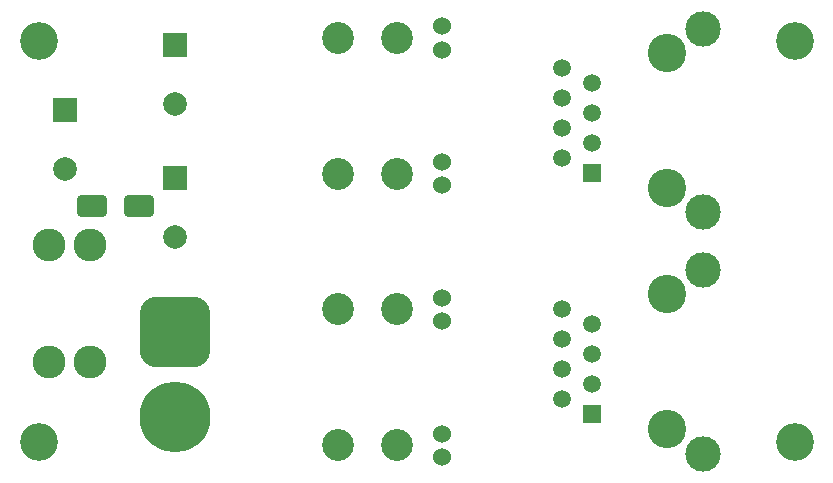
<source format=gbs>
G04 #@! TF.GenerationSoftware,KiCad,Pcbnew,8.0.7-8.0.7-0~ubuntu22.04.1*
G04 #@! TF.CreationDate,2025-02-10T08:50:06+09:00*
G04 #@! TF.ProjectId,CANExpander_1,43414e45-7870-4616-9e64-65725f312e6b,rev?*
G04 #@! TF.SameCoordinates,Original*
G04 #@! TF.FileFunction,Soldermask,Bot*
G04 #@! TF.FilePolarity,Negative*
%FSLAX46Y46*%
G04 Gerber Fmt 4.6, Leading zero omitted, Abs format (unit mm)*
G04 Created by KiCad (PCBNEW 8.0.7-8.0.7-0~ubuntu22.04.1) date 2025-02-10 08:50:06*
%MOMM*%
%LPD*%
G01*
G04 APERTURE LIST*
G04 Aperture macros list*
%AMRoundRect*
0 Rectangle with rounded corners*
0 $1 Rounding radius*
0 $2 $3 $4 $5 $6 $7 $8 $9 X,Y pos of 4 corners*
0 Add a 4 corners polygon primitive as box body*
4,1,4,$2,$3,$4,$5,$6,$7,$8,$9,$2,$3,0*
0 Add four circle primitives for the rounded corners*
1,1,$1+$1,$2,$3*
1,1,$1+$1,$4,$5*
1,1,$1+$1,$6,$7*
1,1,$1+$1,$8,$9*
0 Add four rect primitives between the rounded corners*
20,1,$1+$1,$2,$3,$4,$5,0*
20,1,$1+$1,$4,$5,$6,$7,0*
20,1,$1+$1,$6,$7,$8,$9,0*
20,1,$1+$1,$8,$9,$2,$3,0*%
G04 Aperture macros list end*
%ADD10R,2.000000X2.000000*%
%ADD11C,2.000000*%
%ADD12C,1.524003*%
%ADD13C,2.700000*%
%ADD14RoundRect,1.500000X-1.500000X1.500000X-1.500000X-1.500000X1.500000X-1.500000X1.500000X1.500000X0*%
%ADD15C,6.000000*%
%ADD16C,3.200000*%
%ADD17C,3.250000*%
%ADD18R,1.500000X1.500000*%
%ADD19C,1.500000*%
%ADD20C,3.000000*%
%ADD21C,2.780000*%
%ADD22RoundRect,0.250000X-1.000000X-0.650000X1.000000X-0.650000X1.000000X0.650000X-1.000000X0.650000X0*%
G04 APERTURE END LIST*
D10*
X144500000Y-58382323D03*
D11*
X144500000Y-63382323D03*
D12*
X167174994Y-79750000D03*
X167174994Y-81750000D03*
D13*
X163325108Y-80750000D03*
X158325108Y-80750000D03*
D12*
X167174994Y-68250000D03*
X167174994Y-70250000D03*
D13*
X163325108Y-69250000D03*
X158325108Y-69250000D03*
D14*
X144500000Y-82650000D03*
D15*
X144500000Y-89850000D03*
D16*
X197000000Y-58000000D03*
X133000000Y-58000000D03*
D17*
X186195000Y-70465000D03*
X186195000Y-59035000D03*
D18*
X179845000Y-69195000D03*
D19*
X177305000Y-67925000D03*
X179845000Y-66655000D03*
X177305000Y-65385000D03*
X179845000Y-64115000D03*
X177305000Y-62845000D03*
X179845000Y-61575000D03*
X177305000Y-60305000D03*
D20*
X189245000Y-72520000D03*
X189245000Y-56980000D03*
D16*
X133000000Y-92000000D03*
D10*
X144500000Y-69632323D03*
D11*
X144500000Y-74632323D03*
D21*
X133900000Y-85210000D03*
X137300000Y-85210000D03*
X133900000Y-75290000D03*
X137300000Y-75290000D03*
D17*
X186195000Y-90910000D03*
X186195000Y-79480000D03*
D18*
X179845000Y-89640000D03*
D19*
X177305000Y-88370000D03*
X179845000Y-87100000D03*
X177305000Y-85830000D03*
X179845000Y-84560000D03*
X177305000Y-83290000D03*
X179845000Y-82020000D03*
X177305000Y-80750000D03*
D20*
X189245000Y-92965000D03*
X189245000Y-77425000D03*
D16*
X197000000Y-91945000D03*
D10*
X135250000Y-63882323D03*
D11*
X135250000Y-68882323D03*
D12*
X167174994Y-91250000D03*
X167174994Y-93250000D03*
D13*
X163325108Y-92250000D03*
X158325108Y-92250000D03*
D12*
X167174994Y-56750000D03*
X167174994Y-58750000D03*
D13*
X163325108Y-57750000D03*
X158325108Y-57750000D03*
D22*
X137500000Y-72000000D03*
X141500000Y-72000000D03*
M02*

</source>
